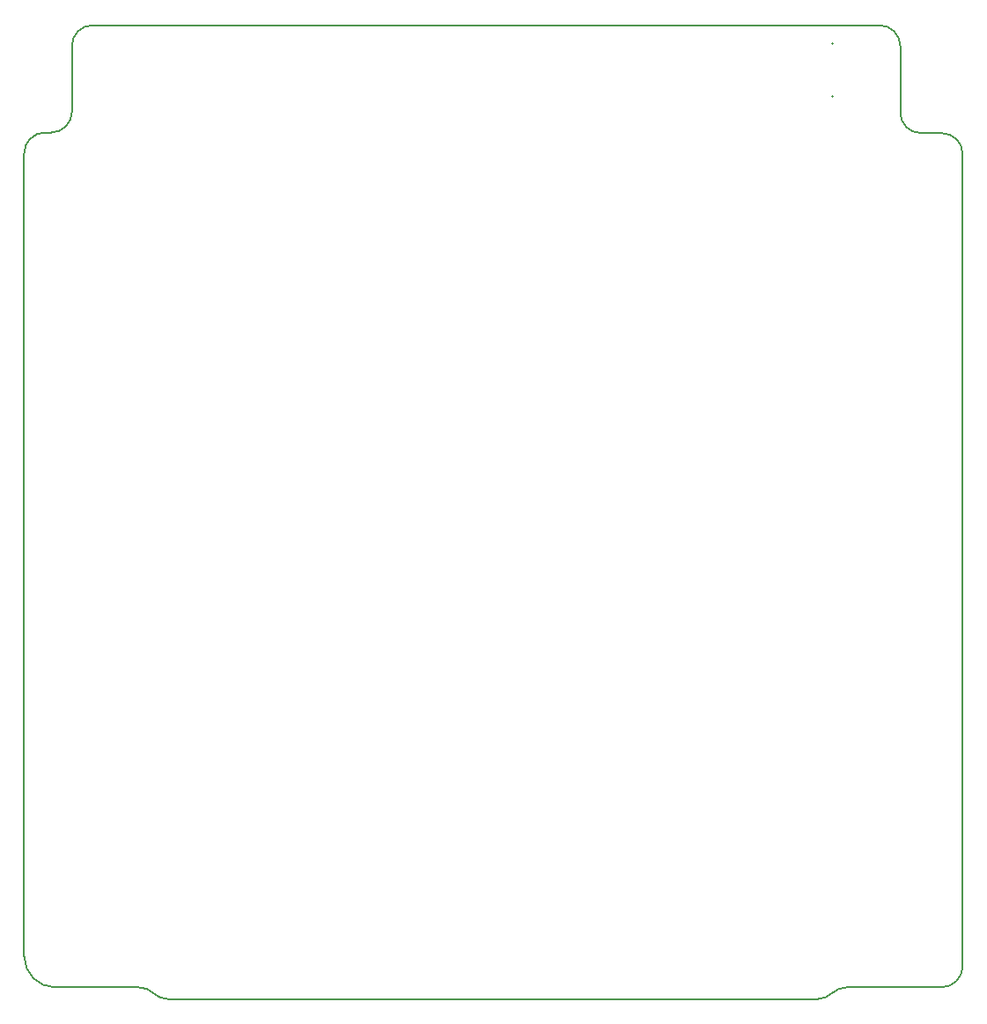
<source format=gm1>
G04 Layer_Color=16711935*
%FSAX25Y25*%
%MOIN*%
G70*
G01*
G75*
%ADD67C,0.01000*%
%ADD107C,0.00500*%
D67*
X0502755Y0558656D02*
X0502756Y0558656D01*
X0502757Y0538656D02*
X0502758Y0538656D01*
D107*
X0544128Y0201250D02*
G03*
X0552160Y0209281I0000000J0008032D01*
G01*
X0196850Y0213102D02*
G03*
X0208734Y0201219I0011884J0000000D01*
G01*
X0245797Y0199034D02*
G03*
X0240352Y0201220I-0005444J-0005689D01*
G01*
X0245797Y0199034D02*
G03*
X0251240Y0196849I0005444J0005689D01*
G01*
X0497243Y0196842D02*
G03*
X0502700Y0199038I0000000J0007874D01*
G01*
X0508156Y0201235D02*
G03*
X0502700Y0199038I-0000000J-0007874D01*
G01*
X0528538Y0532499D02*
G03*
X0536412Y0524624I0007874J-0000001D01*
G01*
X0552160Y0516750D02*
G03*
X0544286Y0524624I-0007874J0000000D01*
G01*
X0528538Y0557601D02*
G03*
X0520664Y0565476I-0007874J0000001D01*
G01*
X0222813Y0565494D02*
G03*
X0214939Y0557619I0000000J-0007874D01*
G01*
X0207087Y0524844D02*
G03*
X0214961Y0532719I0000000J0007874D01*
G01*
X0204725Y0524844D02*
G03*
X0196850Y0516970I-0000001J-0007874D01*
G01*
X0536412Y0524624D02*
X0544286D01*
X0528538Y0557350D02*
Y0557601D01*
X0204725Y0524844D02*
X0207087D01*
X0214939Y0557250D02*
Y0557619D01*
X0543455Y0201234D02*
X0544128Y0201250D01*
X0552160Y0209281D02*
X0552160Y0516750D01*
X0208734Y0201220D02*
X0240352D01*
X0251240Y0196849D02*
X0497243Y0196842D01*
X0508156Y0201235D02*
X0543455Y0201234D01*
X0528538Y0532499D02*
X0528538Y0557350D01*
X0222850Y0565494D02*
X0520664D01*
X0196850Y0516970D02*
X0196850Y0213102D01*
X0214939Y0557250D02*
X0214939Y0532719D01*
M02*

</source>
